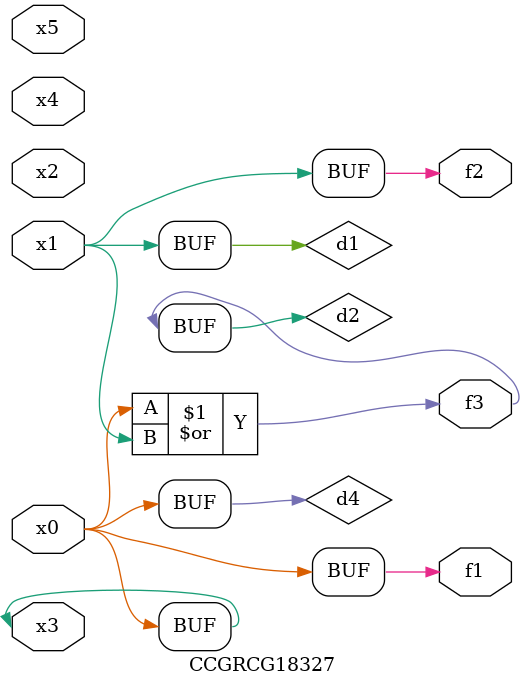
<source format=v>
module CCGRCG18327(
	input x0, x1, x2, x3, x4, x5,
	output f1, f2, f3
);

	wire d1, d2, d3, d4;

	and (d1, x1);
	or (d2, x0, x1);
	nand (d3, x0, x5);
	buf (d4, x0, x3);
	assign f1 = d4;
	assign f2 = d1;
	assign f3 = d2;
endmodule

</source>
